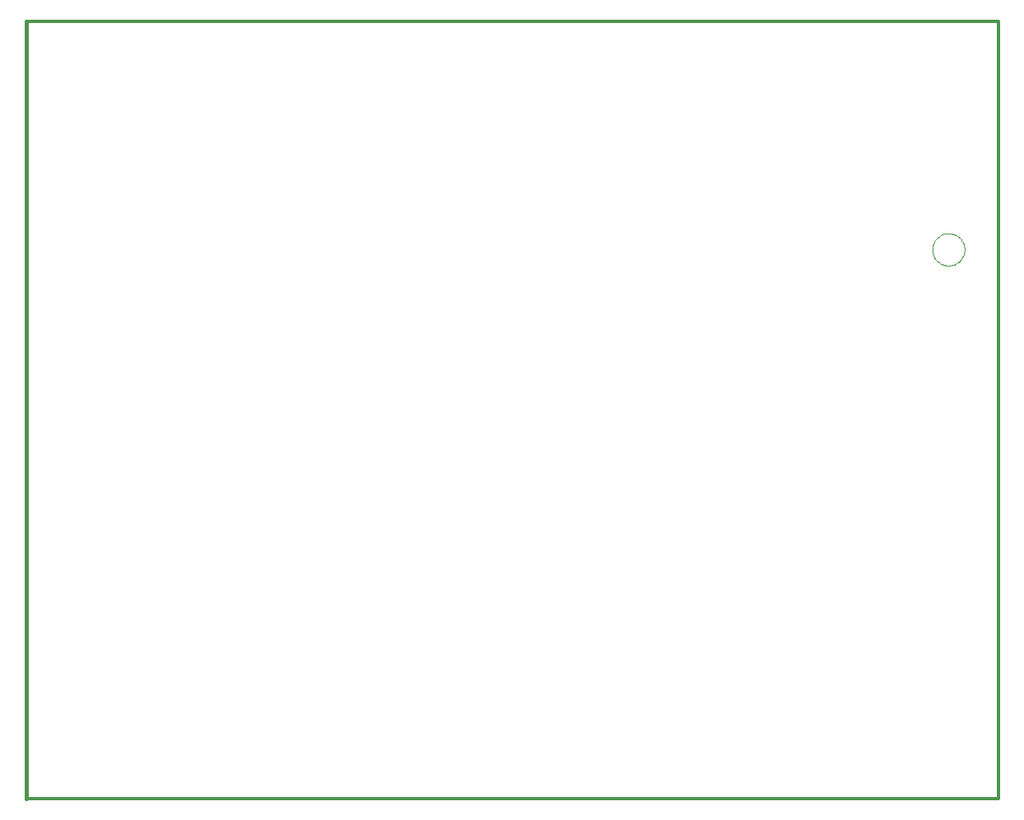
<source format=gtp>
G75*
%MOIN*%
%OFA0B0*%
%FSLAX24Y24*%
%IPPOS*%
%LPD*%
%AMOC8*
5,1,8,0,0,1.08239X$1,22.5*
%
%ADD10C,0.0120*%
%ADD11C,0.0160*%
%ADD12C,0.0000*%
D10*
X013160Y000180D02*
X052530Y000180D01*
X052530Y031676D01*
X013160Y031676D01*
D11*
X013160Y000180D01*
D12*
X049848Y022430D02*
X049850Y022480D01*
X049856Y022530D01*
X049866Y022580D01*
X049879Y022628D01*
X049896Y022676D01*
X049917Y022722D01*
X049941Y022766D01*
X049969Y022808D01*
X050000Y022848D01*
X050034Y022885D01*
X050071Y022920D01*
X050110Y022951D01*
X050151Y022980D01*
X050195Y023005D01*
X050241Y023027D01*
X050288Y023045D01*
X050336Y023059D01*
X050385Y023070D01*
X050435Y023077D01*
X050485Y023080D01*
X050536Y023079D01*
X050586Y023074D01*
X050636Y023065D01*
X050684Y023053D01*
X050732Y023036D01*
X050778Y023016D01*
X050823Y022993D01*
X050866Y022966D01*
X050906Y022936D01*
X050944Y022903D01*
X050979Y022867D01*
X051012Y022828D01*
X051041Y022787D01*
X051067Y022744D01*
X051090Y022699D01*
X051109Y022652D01*
X051124Y022604D01*
X051136Y022555D01*
X051144Y022505D01*
X051148Y022455D01*
X051148Y022405D01*
X051144Y022355D01*
X051136Y022305D01*
X051124Y022256D01*
X051109Y022208D01*
X051090Y022161D01*
X051067Y022116D01*
X051041Y022073D01*
X051012Y022032D01*
X050979Y021993D01*
X050944Y021957D01*
X050906Y021924D01*
X050866Y021894D01*
X050823Y021867D01*
X050778Y021844D01*
X050732Y021824D01*
X050684Y021807D01*
X050636Y021795D01*
X050586Y021786D01*
X050536Y021781D01*
X050485Y021780D01*
X050435Y021783D01*
X050385Y021790D01*
X050336Y021801D01*
X050288Y021815D01*
X050241Y021833D01*
X050195Y021855D01*
X050151Y021880D01*
X050110Y021909D01*
X050071Y021940D01*
X050034Y021975D01*
X050000Y022012D01*
X049969Y022052D01*
X049941Y022094D01*
X049917Y022138D01*
X049896Y022184D01*
X049879Y022232D01*
X049866Y022280D01*
X049856Y022330D01*
X049850Y022380D01*
X049848Y022430D01*
M02*

</source>
